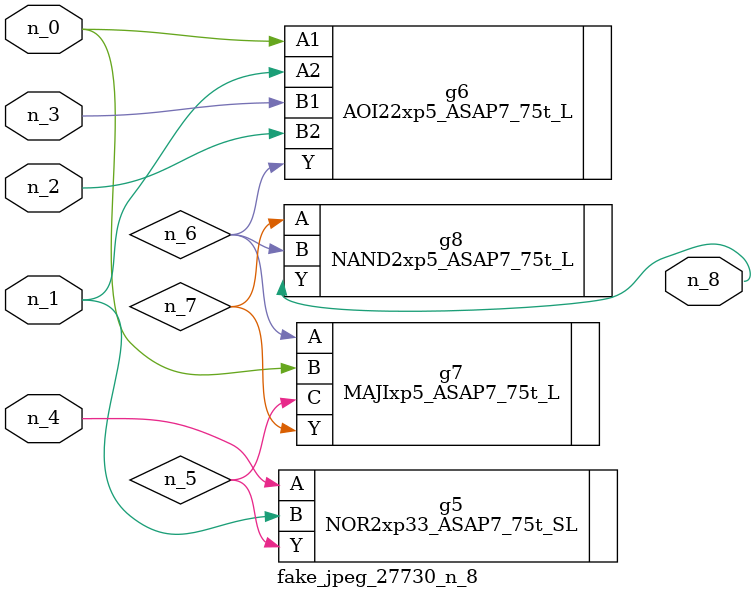
<source format=v>
module fake_jpeg_27730_n_8 (n_3, n_2, n_1, n_0, n_4, n_8);

input n_3;
input n_2;
input n_1;
input n_0;
input n_4;

output n_8;

wire n_6;
wire n_5;
wire n_7;

NOR2xp33_ASAP7_75t_SL g5 ( 
.A(n_4),
.B(n_1),
.Y(n_5)
);

AOI22xp5_ASAP7_75t_L g6 ( 
.A1(n_0),
.A2(n_1),
.B1(n_3),
.B2(n_2),
.Y(n_6)
);

MAJIxp5_ASAP7_75t_L g7 ( 
.A(n_6),
.B(n_0),
.C(n_5),
.Y(n_7)
);

NAND2xp5_ASAP7_75t_L g8 ( 
.A(n_7),
.B(n_6),
.Y(n_8)
);


endmodule
</source>
